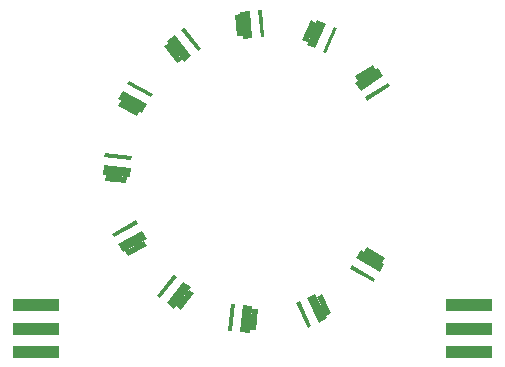
<source format=gts>
G04 #@! TF.FileFunction,Soldermask,Top*
%FSLAX46Y46*%
G04 Gerber Fmt 4.6, Leading zero omitted, Abs format (unit mm)*
G04 Created by KiCad (PCBNEW 4.0.0-rc2-stable) date 3/3/2016 3:42:37 PM*
%MOMM*%
G01*
G04 APERTURE LIST*
%ADD10C,0.150000*%
%ADD11R,4.000000X1.000000*%
%ADD12C,0.600000*%
G04 APERTURE END LIST*
D10*
G36*
X77052653Y-41239738D02*
X78597241Y-42163994D01*
X78340503Y-42593046D01*
X76795915Y-41668790D01*
X77052653Y-41239738D01*
X77052653Y-41239738D01*
G37*
G36*
X75816311Y-42818996D02*
X77789950Y-43999991D01*
X77625637Y-44274584D01*
X75651998Y-43093589D01*
X75816311Y-42818996D01*
X75816311Y-42818996D01*
G37*
G36*
X76581390Y-41540421D02*
X78555029Y-42721416D01*
X78144248Y-43407899D01*
X76170609Y-42226904D01*
X76581390Y-41540421D01*
X76581390Y-41540421D01*
G37*
G36*
X73272129Y-45255981D02*
X74043097Y-46882513D01*
X73591283Y-47096671D01*
X72820315Y-45470139D01*
X73272129Y-45255981D01*
X73272129Y-45255981D01*
G37*
G36*
X71366829Y-45882422D02*
X72351955Y-47960769D01*
X72062793Y-48097830D01*
X71077667Y-46019483D01*
X71366829Y-45882422D01*
X71366829Y-45882422D01*
G37*
G36*
X72713236Y-45244231D02*
X73698362Y-47322578D01*
X72975458Y-47665231D01*
X71990332Y-45586884D01*
X72713236Y-45244231D01*
X72713236Y-45244231D01*
G37*
G36*
X67831947Y-46531382D02*
X67667835Y-48323885D01*
X67169917Y-48278298D01*
X67334029Y-46485795D01*
X67831947Y-46531382D01*
X67831947Y-46531382D01*
G37*
G36*
X65873028Y-46100988D02*
X65663329Y-48391409D01*
X65344662Y-48362234D01*
X65554361Y-46071813D01*
X65873028Y-46100988D01*
X65873028Y-46100988D01*
G37*
G36*
X67356822Y-46236836D02*
X67147124Y-48527257D01*
X66350456Y-48454318D01*
X66560154Y-46163897D01*
X67356822Y-46236836D01*
X67356822Y-46236836D01*
G37*
G36*
X62400532Y-45183122D02*
X61306093Y-46612179D01*
X60909132Y-46308168D01*
X62003571Y-44879111D01*
X62400532Y-45183122D01*
X62400532Y-45183122D01*
G37*
G36*
X60972636Y-43774678D02*
X59574186Y-45600695D01*
X59320132Y-45406128D01*
X60718582Y-43580111D01*
X60972636Y-43774678D01*
X60972636Y-43774678D01*
G37*
G36*
X62155577Y-44680630D02*
X60757127Y-46506647D01*
X60121991Y-46020230D01*
X61520441Y-44194213D01*
X62155577Y-44680630D01*
X62155577Y-44680630D01*
G37*
G36*
X58437802Y-41159804D02*
X56868270Y-42041037D01*
X56623484Y-41605056D01*
X58193016Y-40723823D01*
X58437802Y-41159804D01*
X58437802Y-41159804D01*
G37*
G36*
X57681542Y-39302207D02*
X55676029Y-40428225D01*
X55519366Y-40149197D01*
X57524879Y-39023179D01*
X57681542Y-39302207D01*
X57681542Y-39302207D01*
G37*
G36*
X58411006Y-40601430D02*
X56405493Y-41727449D01*
X56013834Y-41029880D01*
X58019347Y-39903861D01*
X58411006Y-40601430D01*
X58411006Y-40601430D01*
G37*
G36*
X56697349Y-35826730D02*
X54904684Y-35664396D01*
X54949777Y-35166434D01*
X56742442Y-35328768D01*
X56697349Y-35826730D01*
X56697349Y-35826730D01*
G37*
G36*
X57125799Y-33867386D02*
X54835172Y-33659960D01*
X54864031Y-33341264D01*
X57154658Y-33548690D01*
X57125799Y-33867386D01*
X57125799Y-33867386D01*
G37*
G36*
X56991424Y-35351314D02*
X54700796Y-35143888D01*
X54772944Y-34347148D01*
X57063572Y-34554574D01*
X56991424Y-35351314D01*
X56991424Y-35351314D01*
G37*
G36*
X57571019Y-30216719D02*
X56001494Y-29335475D01*
X56246285Y-28899495D01*
X57815810Y-29780739D01*
X57571019Y-30216719D01*
X57571019Y-30216719D01*
G37*
G36*
X58763273Y-28603916D02*
X56757769Y-27477882D01*
X56914435Y-27198856D01*
X58919939Y-28324890D01*
X58763273Y-28603916D01*
X58763273Y-28603916D01*
G37*
G36*
X58033799Y-29903134D02*
X56028295Y-28777100D01*
X56419959Y-28079534D01*
X58425463Y-29205568D01*
X58033799Y-29903134D01*
X58033799Y-29903134D01*
G37*
G36*
X60999519Y-25720241D02*
X59902355Y-24293275D01*
X60298735Y-23988507D01*
X61395899Y-25415473D01*
X60999519Y-25720241D01*
X60999519Y-25720241D01*
G37*
G36*
X62729493Y-24705454D02*
X61327562Y-22882109D01*
X61581245Y-22687058D01*
X62983176Y-24510403D01*
X62729493Y-24705454D01*
X62729493Y-24705454D01*
G37*
G36*
X61548282Y-25613663D02*
X60146351Y-23790318D01*
X60780558Y-23302689D01*
X62182489Y-25126034D01*
X61548282Y-25613663D01*
X61548282Y-25613663D01*
G37*
G36*
X66054687Y-23422350D02*
X65886121Y-21630260D01*
X66383923Y-21583436D01*
X66552489Y-23375526D01*
X66054687Y-23422350D01*
X66054687Y-23422350D01*
G37*
G36*
X68059353Y-23484892D02*
X67843963Y-21194999D01*
X68162557Y-21165032D01*
X68377947Y-23454925D01*
X68059353Y-23484892D01*
X68059353Y-23484892D01*
G37*
G36*
X66575902Y-23624427D02*
X66360512Y-21334535D01*
X67156996Y-21259617D01*
X67372386Y-23549509D01*
X66575902Y-23624427D01*
X66575902Y-23624427D01*
G37*
G36*
X71602242Y-23713489D02*
X72325626Y-22065243D01*
X72783472Y-22266183D01*
X72060088Y-23914429D01*
X71602242Y-23713489D01*
X71602242Y-23713489D01*
G37*
G36*
X73323999Y-24742153D02*
X74248324Y-22636061D01*
X74541345Y-22764663D01*
X73617020Y-24870755D01*
X73323999Y-24742153D01*
X73323999Y-24742153D01*
G37*
G36*
X71959618Y-24143352D02*
X72883943Y-22037260D01*
X73616496Y-22358764D01*
X72692171Y-24464856D01*
X71959618Y-24143352D01*
X71959618Y-24143352D01*
G37*
G36*
X76041870Y-26792230D02*
X77560673Y-25826187D01*
X77829018Y-26248076D01*
X76310215Y-27214119D01*
X76041870Y-26792230D01*
X76041870Y-26792230D01*
G37*
G36*
X76898938Y-28605522D02*
X78839631Y-27371134D01*
X79011372Y-27641144D01*
X77070679Y-28875532D01*
X76898938Y-28605522D01*
X76898938Y-28605522D01*
G37*
G36*
X76099270Y-27348291D02*
X78039962Y-26113903D01*
X78469314Y-26788927D01*
X76528622Y-28023315D01*
X76099270Y-27348291D01*
X76099270Y-27348291D01*
G37*
D11*
X85735030Y-50192207D03*
X85735030Y-48192207D03*
X85735030Y-46192207D03*
D12*
X84735030Y-50192207D03*
X84735030Y-48192207D03*
X84735030Y-46192207D03*
D11*
X49020836Y-46192207D03*
X49020836Y-48192207D03*
X49020836Y-50192207D03*
D12*
X50020836Y-46192207D03*
X50020836Y-48192207D03*
X50020836Y-50192207D03*
M02*

</source>
